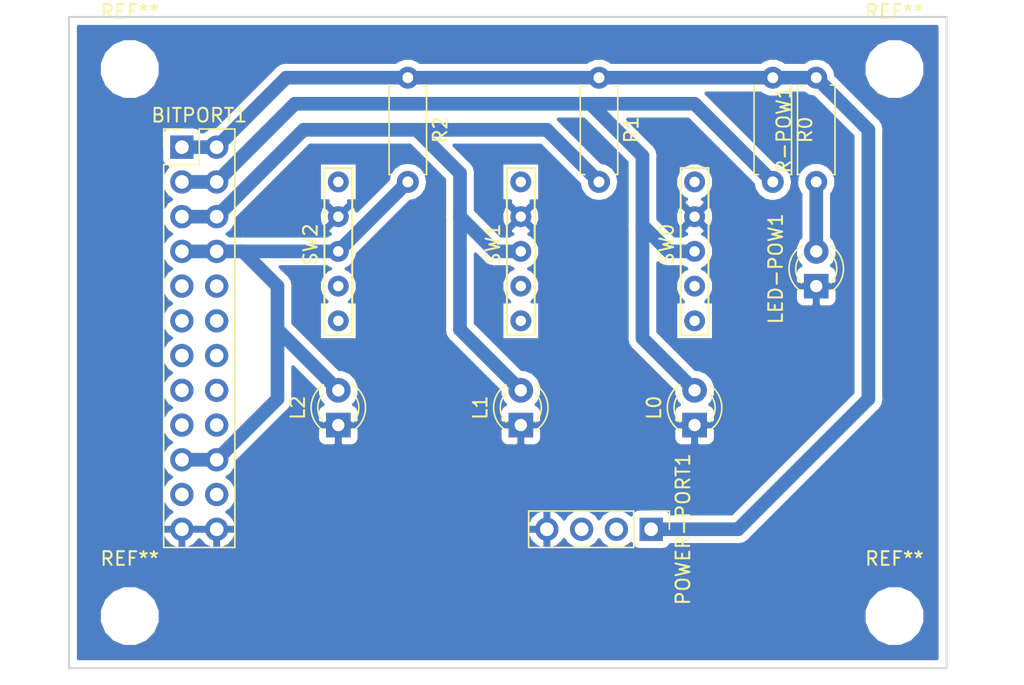
<source format=kicad_pcb>
(kicad_pcb (version 20171130) (host pcbnew "(5.0.0)")

  (general
    (thickness 1.6)
    (drawings 4)
    (tracks 46)
    (zones 0)
    (modules 17)
    (nets 24)
  )

  (page A4)
  (layers
    (0 F.Cu signal)
    (31 B.Cu signal)
    (32 B.Adhes user)
    (33 F.Adhes user)
    (34 B.Paste user)
    (35 F.Paste user)
    (36 B.SilkS user)
    (37 F.SilkS user)
    (38 B.Mask user)
    (39 F.Mask user)
    (40 Dwgs.User user)
    (41 Cmts.User user)
    (42 Eco1.User user)
    (43 Eco2.User user)
    (44 Edge.Cuts user)
    (45 Margin user)
    (46 B.CrtYd user)
    (47 F.CrtYd user)
    (48 B.Fab user)
    (49 F.Fab user)
  )

  (setup
    (last_trace_width 1)
    (trace_clearance 0.2)
    (zone_clearance 0.508)
    (zone_45_only no)
    (trace_min 0.2)
    (segment_width 0.2)
    (edge_width 0.15)
    (via_size 0.8)
    (via_drill 0.4)
    (via_min_size 0.4)
    (via_min_drill 0.3)
    (uvia_size 0.3)
    (uvia_drill 0.1)
    (uvias_allowed no)
    (uvia_min_size 0.2)
    (uvia_min_drill 0.1)
    (pcb_text_width 0.3)
    (pcb_text_size 1.5 1.5)
    (mod_edge_width 0.15)
    (mod_text_size 1 1)
    (mod_text_width 0.15)
    (pad_size 1.524 1.524)
    (pad_drill 0.762)
    (pad_to_mask_clearance 0.2)
    (aux_axis_origin 0 0)
    (visible_elements 7FFFF7FF)
    (pcbplotparams
      (layerselection 0x010fc_ffffffff)
      (usegerberextensions false)
      (usegerberattributes false)
      (usegerberadvancedattributes false)
      (creategerberjobfile false)
      (excludeedgelayer true)
      (linewidth 0.100000)
      (plotframeref false)
      (viasonmask false)
      (mode 1)
      (useauxorigin false)
      (hpglpennumber 1)
      (hpglpenspeed 20)
      (hpglpendiameter 15.000000)
      (psnegative false)
      (psa4output false)
      (plotreference true)
      (plotvalue true)
      (plotinvisibletext false)
      (padsonsilk false)
      (subtractmaskfromsilk false)
      (outputformat 1)
      (mirror false)
      (drillshape 1)
      (scaleselection 1)
      (outputdirectory ""))
  )

  (net 0 "")
  (net 1 +5VA)
  (net 2 /F2)
  (net 3 /F1)
  (net 4 /F0)
  (net 5 GND)
  (net 6 "Net-(SW1-Pad1)")
  (net 7 "Net-(SW2-Pad1)")
  (net 8 "Net-(BITPORT1-Pad9)")
  (net 9 "Net-(BITPORT1-Pad10)")
  (net 10 "Net-(BITPORT1-Pad11)")
  (net 11 "Net-(BITPORT1-Pad12)")
  (net 12 "Net-(BITPORT1-Pad13)")
  (net 13 "Net-(BITPORT1-Pad14)")
  (net 14 "Net-(BITPORT1-Pad15)")
  (net 15 "Net-(BITPORT1-Pad16)")
  (net 16 "Net-(BITPORT1-Pad17)")
  (net 17 "Net-(BITPORT1-Pad18)")
  (net 18 "Net-(BITPORT1-Pad21)")
  (net 19 "Net-(BITPORT1-Pad22)")
  (net 20 "Net-(LED-POW1-Pad2)")
  (net 21 "Net-(POWER-PORT1-Pad2)")
  (net 22 "Net-(POWER-PORT1-Pad3)")
  (net 23 "Net-(SW0-Pad1)")

  (net_class Default "これはデフォルトのネット クラスです。"
    (clearance 0.2)
    (trace_width 1)
    (via_dia 0.8)
    (via_drill 0.4)
    (uvia_dia 0.3)
    (uvia_drill 0.1)
    (add_net +5VA)
    (add_net /F0)
    (add_net /F1)
    (add_net /F2)
    (add_net GND)
    (add_net "Net-(BITPORT1-Pad10)")
    (add_net "Net-(BITPORT1-Pad11)")
    (add_net "Net-(BITPORT1-Pad12)")
    (add_net "Net-(BITPORT1-Pad13)")
    (add_net "Net-(BITPORT1-Pad14)")
    (add_net "Net-(BITPORT1-Pad15)")
    (add_net "Net-(BITPORT1-Pad16)")
    (add_net "Net-(BITPORT1-Pad17)")
    (add_net "Net-(BITPORT1-Pad18)")
    (add_net "Net-(BITPORT1-Pad21)")
    (add_net "Net-(BITPORT1-Pad22)")
    (add_net "Net-(BITPORT1-Pad9)")
    (add_net "Net-(LED-POW1-Pad2)")
    (add_net "Net-(POWER-PORT1-Pad2)")
    (add_net "Net-(POWER-PORT1-Pad3)")
    (add_net "Net-(SW0-Pad1)")
    (add_net "Net-(SW1-Pad1)")
    (add_net "Net-(SW2-Pad1)")
  )

  (net_class ILJJ ""
    (clearance 0.2)
    (trace_width 0.25)
    (via_dia 0.8)
    (via_drill 0.4)
    (uvia_dia 0.3)
    (uvia_drill 0.1)
  )

  (module MountingHole:MountingHole_3.2mm_M3 (layer F.Cu) (tedit 56D1B4CB) (tstamp 5C5CB928)
    (at 58.42 51.435)
    (descr "Mounting Hole 3.2mm, no annular, M3")
    (tags "mounting hole 3.2mm no annular m3")
    (attr virtual)
    (fp_text reference REF** (at 0 -4.2) (layer F.SilkS)
      (effects (font (size 1 1) (thickness 0.15)))
    )
    (fp_text value MountingHole_3.2mm_M3 (at 0 4.2) (layer F.Fab)
      (effects (font (size 1 1) (thickness 0.15)))
    )
    (fp_circle (center 0 0) (end 3.45 0) (layer F.CrtYd) (width 0.05))
    (fp_circle (center 0 0) (end 3.2 0) (layer Cmts.User) (width 0.15))
    (fp_text user %R (at 0.3 0) (layer F.Fab)
      (effects (font (size 1 1) (thickness 0.15)))
    )
    (pad 1 np_thru_hole circle (at 0 0) (size 3.2 3.2) (drill 3.2) (layers *.Cu *.Mask))
  )

  (module Connector_PinHeader_2.54mm:PinHeader_2x12_P2.54mm_Vertical (layer F.Cu) (tedit 59FED5CC) (tstamp 5C883FEC)
    (at 62.23 57.15)
    (descr "Through hole straight pin header, 2x12, 2.54mm pitch, double rows")
    (tags "Through hole pin header THT 2x12 2.54mm double row")
    (path /5C4FD939)
    (fp_text reference BITPORT1 (at 1.27 -2.33) (layer F.SilkS)
      (effects (font (size 1 1) (thickness 0.15)))
    )
    (fp_text value Conn_02x12_Counter_Clockwise (at 1.27 30.27) (layer F.Fab)
      (effects (font (size 1 1) (thickness 0.15)))
    )
    (fp_line (start 0 -1.27) (end 3.81 -1.27) (layer F.Fab) (width 0.1))
    (fp_line (start 3.81 -1.27) (end 3.81 29.21) (layer F.Fab) (width 0.1))
    (fp_line (start 3.81 29.21) (end -1.27 29.21) (layer F.Fab) (width 0.1))
    (fp_line (start -1.27 29.21) (end -1.27 0) (layer F.Fab) (width 0.1))
    (fp_line (start -1.27 0) (end 0 -1.27) (layer F.Fab) (width 0.1))
    (fp_line (start -1.33 29.27) (end 3.87 29.27) (layer F.SilkS) (width 0.12))
    (fp_line (start -1.33 1.27) (end -1.33 29.27) (layer F.SilkS) (width 0.12))
    (fp_line (start 3.87 -1.33) (end 3.87 29.27) (layer F.SilkS) (width 0.12))
    (fp_line (start -1.33 1.27) (end 1.27 1.27) (layer F.SilkS) (width 0.12))
    (fp_line (start 1.27 1.27) (end 1.27 -1.33) (layer F.SilkS) (width 0.12))
    (fp_line (start 1.27 -1.33) (end 3.87 -1.33) (layer F.SilkS) (width 0.12))
    (fp_line (start -1.33 0) (end -1.33 -1.33) (layer F.SilkS) (width 0.12))
    (fp_line (start -1.33 -1.33) (end 0 -1.33) (layer F.SilkS) (width 0.12))
    (fp_line (start -1.8 -1.8) (end -1.8 29.75) (layer F.CrtYd) (width 0.05))
    (fp_line (start -1.8 29.75) (end 4.35 29.75) (layer F.CrtYd) (width 0.05))
    (fp_line (start 4.35 29.75) (end 4.35 -1.8) (layer F.CrtYd) (width 0.05))
    (fp_line (start 4.35 -1.8) (end -1.8 -1.8) (layer F.CrtYd) (width 0.05))
    (fp_text user %R (at 1.27 13.97 90) (layer F.Fab)
      (effects (font (size 1 1) (thickness 0.15)))
    )
    (pad 1 thru_hole rect (at 0 0) (size 1.7 1.7) (drill 1) (layers *.Cu *.Mask)
      (net 1 +5VA))
    (pad 2 thru_hole oval (at 2.54 0) (size 1.7 1.7) (drill 1) (layers *.Cu *.Mask)
      (net 1 +5VA))
    (pad 3 thru_hole oval (at 0 2.54) (size 1.7 1.7) (drill 1) (layers *.Cu *.Mask)
      (net 4 /F0))
    (pad 4 thru_hole oval (at 2.54 2.54) (size 1.7 1.7) (drill 1) (layers *.Cu *.Mask)
      (net 4 /F0))
    (pad 5 thru_hole oval (at 0 5.08) (size 1.7 1.7) (drill 1) (layers *.Cu *.Mask)
      (net 3 /F1))
    (pad 6 thru_hole oval (at 2.54 5.08) (size 1.7 1.7) (drill 1) (layers *.Cu *.Mask)
      (net 3 /F1))
    (pad 7 thru_hole oval (at 0 7.62) (size 1.7 1.7) (drill 1) (layers *.Cu *.Mask)
      (net 2 /F2))
    (pad 8 thru_hole oval (at 2.54 7.62) (size 1.7 1.7) (drill 1) (layers *.Cu *.Mask)
      (net 2 /F2))
    (pad 9 thru_hole oval (at 0 10.16) (size 1.7 1.7) (drill 1) (layers *.Cu *.Mask)
      (net 8 "Net-(BITPORT1-Pad9)"))
    (pad 10 thru_hole oval (at 2.54 10.16) (size 1.7 1.7) (drill 1) (layers *.Cu *.Mask)
      (net 9 "Net-(BITPORT1-Pad10)"))
    (pad 11 thru_hole oval (at 0 12.7) (size 1.7 1.7) (drill 1) (layers *.Cu *.Mask)
      (net 10 "Net-(BITPORT1-Pad11)"))
    (pad 12 thru_hole oval (at 2.54 12.7) (size 1.7 1.7) (drill 1) (layers *.Cu *.Mask)
      (net 11 "Net-(BITPORT1-Pad12)"))
    (pad 13 thru_hole oval (at 0 15.24) (size 1.7 1.7) (drill 1) (layers *.Cu *.Mask)
      (net 12 "Net-(BITPORT1-Pad13)"))
    (pad 14 thru_hole oval (at 2.54 15.24) (size 1.7 1.7) (drill 1) (layers *.Cu *.Mask)
      (net 13 "Net-(BITPORT1-Pad14)"))
    (pad 15 thru_hole oval (at 0 17.78) (size 1.7 1.7) (drill 1) (layers *.Cu *.Mask)
      (net 14 "Net-(BITPORT1-Pad15)"))
    (pad 16 thru_hole oval (at 2.54 17.78) (size 1.7 1.7) (drill 1) (layers *.Cu *.Mask)
      (net 15 "Net-(BITPORT1-Pad16)"))
    (pad 17 thru_hole oval (at 0 20.32) (size 1.7 1.7) (drill 1) (layers *.Cu *.Mask)
      (net 16 "Net-(BITPORT1-Pad17)"))
    (pad 18 thru_hole oval (at 2.54 20.32) (size 1.7 1.7) (drill 1) (layers *.Cu *.Mask)
      (net 17 "Net-(BITPORT1-Pad18)"))
    (pad 19 thru_hole oval (at 0 22.86) (size 1.7 1.7) (drill 1) (layers *.Cu *.Mask)
      (net 2 /F2))
    (pad 20 thru_hole oval (at 2.54 22.86) (size 1.7 1.7) (drill 1) (layers *.Cu *.Mask)
      (net 2 /F2))
    (pad 21 thru_hole oval (at 0 25.4) (size 1.7 1.7) (drill 1) (layers *.Cu *.Mask)
      (net 18 "Net-(BITPORT1-Pad21)"))
    (pad 22 thru_hole oval (at 2.54 25.4) (size 1.7 1.7) (drill 1) (layers *.Cu *.Mask)
      (net 19 "Net-(BITPORT1-Pad22)"))
    (pad 23 thru_hole oval (at 0 27.94) (size 1.7 1.7) (drill 1) (layers *.Cu *.Mask)
      (net 5 GND))
    (pad 24 thru_hole oval (at 2.54 27.94) (size 1.7 1.7) (drill 1) (layers *.Cu *.Mask)
      (net 5 GND))
    (model ${KISYS3DMOD}/Connector_PinHeader_2.54mm.3dshapes/PinHeader_2x12_P2.54mm_Vertical.wrl
      (at (xyz 0 0 0))
      (scale (xyz 1 1 1))
      (rotate (xyz 0 0 0))
    )
  )

  (module ILJJ_Mk-XII:toggle_switch (layer F.Cu) (tedit 5C5009BD) (tstamp 5C88408B)
    (at 99.695 69.85 90)
    (path /5C4FCBDE)
    (fp_text reference SW0 (at 5.588 -2.032 90) (layer F.SilkS)
      (effects (font (size 1 1) (thickness 0.15)))
    )
    (fp_text value SW_SPDT (at 0 -3.04 90) (layer F.Fab)
      (effects (font (size 1 1) (thickness 0.15)))
    )
    (fp_line (start 11.176 -1.016) (end -1.016 -1.016) (layer F.SilkS) (width 0.15))
    (fp_line (start -1.016 -1.016) (end -1.016 1.016) (layer F.SilkS) (width 0.15))
    (fp_line (start -1.016 1.016) (end 11.176 1.016) (layer F.SilkS) (width 0.15))
    (fp_line (start 11.176 1.016) (end 11.176 -1.016) (layer F.SilkS) (width 0.15))
    (pad 1 thru_hole circle (at 2.54 0 90) (size 1.524 1.524) (drill 0.762) (layers *.Cu *.Mask)
      (net 23 "Net-(SW0-Pad1)"))
    (pad 2 thru_hole circle (at 5.08 0 90) (size 1.524 1.524) (drill 0.762) (layers *.Cu *.Mask)
      (net 4 /F0))
    (pad 3 thru_hole circle (at 7.62 0 90) (size 1.524 1.524) (drill 0.762) (layers *.Cu *.Mask)
      (net 5 GND))
    (pad 4 thru_hole circle (at 10.16 0 90) (size 1.524 1.524) (drill 0.762) (layers *.Cu *.Mask))
    (pad 5 thru_hole circle (at 0 0 90) (size 1.524 1.524) (drill 0.762) (layers *.Cu *.Mask))
  )

  (module Resistor_THT:R_Axial_DIN0207_L6.3mm_D2.5mm_P7.62mm_Horizontal (layer F.Cu) (tedit 5AE5139B) (tstamp 5C88407E)
    (at 108.585 59.69 90)
    (descr "Resistor, Axial_DIN0207 series, Axial, Horizontal, pin pitch=7.62mm, 0.25W = 1/4W, length*diameter=6.3*2.5mm^2, http://cdn-reichelt.de/documents/datenblatt/B400/1_4W%23YAG.pdf")
    (tags "Resistor Axial_DIN0207 series Axial Horizontal pin pitch 7.62mm 0.25W = 1/4W length 6.3mm diameter 2.5mm")
    (path /5C50C888)
    (fp_text reference R-POW1 (at 3.81 -2.37 90) (layer F.SilkS)
      (effects (font (size 1 1) (thickness 0.15)))
    )
    (fp_text value R (at 3.81 2.37 90) (layer F.Fab)
      (effects (font (size 1 1) (thickness 0.15)))
    )
    (fp_text user %R (at 3.81 0 90) (layer F.Fab)
      (effects (font (size 1 1) (thickness 0.15)))
    )
    (fp_line (start 8.67 -1.5) (end -1.05 -1.5) (layer F.CrtYd) (width 0.05))
    (fp_line (start 8.67 1.5) (end 8.67 -1.5) (layer F.CrtYd) (width 0.05))
    (fp_line (start -1.05 1.5) (end 8.67 1.5) (layer F.CrtYd) (width 0.05))
    (fp_line (start -1.05 -1.5) (end -1.05 1.5) (layer F.CrtYd) (width 0.05))
    (fp_line (start 7.08 1.37) (end 7.08 1.04) (layer F.SilkS) (width 0.12))
    (fp_line (start 0.54 1.37) (end 7.08 1.37) (layer F.SilkS) (width 0.12))
    (fp_line (start 0.54 1.04) (end 0.54 1.37) (layer F.SilkS) (width 0.12))
    (fp_line (start 7.08 -1.37) (end 7.08 -1.04) (layer F.SilkS) (width 0.12))
    (fp_line (start 0.54 -1.37) (end 7.08 -1.37) (layer F.SilkS) (width 0.12))
    (fp_line (start 0.54 -1.04) (end 0.54 -1.37) (layer F.SilkS) (width 0.12))
    (fp_line (start 7.62 0) (end 6.96 0) (layer F.Fab) (width 0.1))
    (fp_line (start 0 0) (end 0.66 0) (layer F.Fab) (width 0.1))
    (fp_line (start 6.96 -1.25) (end 0.66 -1.25) (layer F.Fab) (width 0.1))
    (fp_line (start 6.96 1.25) (end 6.96 -1.25) (layer F.Fab) (width 0.1))
    (fp_line (start 0.66 1.25) (end 6.96 1.25) (layer F.Fab) (width 0.1))
    (fp_line (start 0.66 -1.25) (end 0.66 1.25) (layer F.Fab) (width 0.1))
    (pad 2 thru_hole oval (at 7.62 0 90) (size 1.6 1.6) (drill 0.8) (layers *.Cu *.Mask)
      (net 1 +5VA))
    (pad 1 thru_hole circle (at 0 0 90) (size 1.6 1.6) (drill 0.8) (layers *.Cu *.Mask)
      (net 20 "Net-(LED-POW1-Pad2)"))
    (model ${KISYS3DMOD}/Resistor_THT.3dshapes/R_Axial_DIN0207_L6.3mm_D2.5mm_P7.62mm_Horizontal.wrl
      (at (xyz 0 0 0))
      (scale (xyz 1 1 1))
      (rotate (xyz 0 0 0))
    )
  )

  (module Resistor_THT:R_Axial_DIN0207_L6.3mm_D2.5mm_P7.62mm_Horizontal (layer F.Cu) (tedit 5AE5139B) (tstamp 5C88538C)
    (at 92.71 52.07 270)
    (descr "Resistor, Axial_DIN0207 series, Axial, Horizontal, pin pitch=7.62mm, 0.25W = 1/4W, length*diameter=6.3*2.5mm^2, http://cdn-reichelt.de/documents/datenblatt/B400/1_4W%23YAG.pdf")
    (tags "Resistor Axial_DIN0207 series Axial Horizontal pin pitch 7.62mm 0.25W = 1/4W length 6.3mm diameter 2.5mm")
    (path /5C4FB53D)
    (fp_text reference R1 (at 3.81 -2.37 270) (layer F.SilkS)
      (effects (font (size 1 1) (thickness 0.15)))
    )
    (fp_text value R (at 3.81 2.37 270) (layer F.Fab)
      (effects (font (size 1 1) (thickness 0.15)))
    )
    (fp_line (start 0.66 -1.25) (end 0.66 1.25) (layer F.Fab) (width 0.1))
    (fp_line (start 0.66 1.25) (end 6.96 1.25) (layer F.Fab) (width 0.1))
    (fp_line (start 6.96 1.25) (end 6.96 -1.25) (layer F.Fab) (width 0.1))
    (fp_line (start 6.96 -1.25) (end 0.66 -1.25) (layer F.Fab) (width 0.1))
    (fp_line (start 0 0) (end 0.66 0) (layer F.Fab) (width 0.1))
    (fp_line (start 7.62 0) (end 6.96 0) (layer F.Fab) (width 0.1))
    (fp_line (start 0.54 -1.04) (end 0.54 -1.37) (layer F.SilkS) (width 0.12))
    (fp_line (start 0.54 -1.37) (end 7.08 -1.37) (layer F.SilkS) (width 0.12))
    (fp_line (start 7.08 -1.37) (end 7.08 -1.04) (layer F.SilkS) (width 0.12))
    (fp_line (start 0.54 1.04) (end 0.54 1.37) (layer F.SilkS) (width 0.12))
    (fp_line (start 0.54 1.37) (end 7.08 1.37) (layer F.SilkS) (width 0.12))
    (fp_line (start 7.08 1.37) (end 7.08 1.04) (layer F.SilkS) (width 0.12))
    (fp_line (start -1.05 -1.5) (end -1.05 1.5) (layer F.CrtYd) (width 0.05))
    (fp_line (start -1.05 1.5) (end 8.67 1.5) (layer F.CrtYd) (width 0.05))
    (fp_line (start 8.67 1.5) (end 8.67 -1.5) (layer F.CrtYd) (width 0.05))
    (fp_line (start 8.67 -1.5) (end -1.05 -1.5) (layer F.CrtYd) (width 0.05))
    (fp_text user %R (at 3.81 0 270) (layer F.Fab)
      (effects (font (size 1 1) (thickness 0.15)))
    )
    (pad 1 thru_hole circle (at 0 0 270) (size 1.6 1.6) (drill 0.8) (layers *.Cu *.Mask)
      (net 1 +5VA))
    (pad 2 thru_hole oval (at 7.62 0 270) (size 1.6 1.6) (drill 0.8) (layers *.Cu *.Mask)
      (net 3 /F1))
    (model ${KISYS3DMOD}/Resistor_THT.3dshapes/R_Axial_DIN0207_L6.3mm_D2.5mm_P7.62mm_Horizontal.wrl
      (at (xyz 0 0 0))
      (scale (xyz 1 1 1))
      (rotate (xyz 0 0 0))
    )
  )

  (module Resistor_THT:R_Axial_DIN0207_L6.3mm_D2.5mm_P7.62mm_Horizontal (layer F.Cu) (tedit 5AE5139B) (tstamp 5C880156)
    (at 78.74 52.07 270)
    (descr "Resistor, Axial_DIN0207 series, Axial, Horizontal, pin pitch=7.62mm, 0.25W = 1/4W, length*diameter=6.3*2.5mm^2, http://cdn-reichelt.de/documents/datenblatt/B400/1_4W%23YAG.pdf")
    (tags "Resistor Axial_DIN0207 series Axial Horizontal pin pitch 7.62mm 0.25W = 1/4W length 6.3mm diameter 2.5mm")
    (path /5C4FB56E)
    (fp_text reference R2 (at 3.81 -2.37 270) (layer F.SilkS)
      (effects (font (size 1 1) (thickness 0.15)))
    )
    (fp_text value R (at 3.81 2.37 270) (layer F.Fab)
      (effects (font (size 1 1) (thickness 0.15)))
    )
    (fp_text user %R (at 3.81 0 270) (layer F.Fab)
      (effects (font (size 1 1) (thickness 0.15)))
    )
    (fp_line (start 8.67 -1.5) (end -1.05 -1.5) (layer F.CrtYd) (width 0.05))
    (fp_line (start 8.67 1.5) (end 8.67 -1.5) (layer F.CrtYd) (width 0.05))
    (fp_line (start -1.05 1.5) (end 8.67 1.5) (layer F.CrtYd) (width 0.05))
    (fp_line (start -1.05 -1.5) (end -1.05 1.5) (layer F.CrtYd) (width 0.05))
    (fp_line (start 7.08 1.37) (end 7.08 1.04) (layer F.SilkS) (width 0.12))
    (fp_line (start 0.54 1.37) (end 7.08 1.37) (layer F.SilkS) (width 0.12))
    (fp_line (start 0.54 1.04) (end 0.54 1.37) (layer F.SilkS) (width 0.12))
    (fp_line (start 7.08 -1.37) (end 7.08 -1.04) (layer F.SilkS) (width 0.12))
    (fp_line (start 0.54 -1.37) (end 7.08 -1.37) (layer F.SilkS) (width 0.12))
    (fp_line (start 0.54 -1.04) (end 0.54 -1.37) (layer F.SilkS) (width 0.12))
    (fp_line (start 7.62 0) (end 6.96 0) (layer F.Fab) (width 0.1))
    (fp_line (start 0 0) (end 0.66 0) (layer F.Fab) (width 0.1))
    (fp_line (start 6.96 -1.25) (end 0.66 -1.25) (layer F.Fab) (width 0.1))
    (fp_line (start 6.96 1.25) (end 6.96 -1.25) (layer F.Fab) (width 0.1))
    (fp_line (start 0.66 1.25) (end 6.96 1.25) (layer F.Fab) (width 0.1))
    (fp_line (start 0.66 -1.25) (end 0.66 1.25) (layer F.Fab) (width 0.1))
    (pad 2 thru_hole oval (at 7.62 0 270) (size 1.6 1.6) (drill 0.8) (layers *.Cu *.Mask)
      (net 2 /F2))
    (pad 1 thru_hole circle (at 0 0 270) (size 1.6 1.6) (drill 0.8) (layers *.Cu *.Mask)
      (net 1 +5VA))
    (model ${KISYS3DMOD}/Resistor_THT.3dshapes/R_Axial_DIN0207_L6.3mm_D2.5mm_P7.62mm_Horizontal.wrl
      (at (xyz 0 0 0))
      (scale (xyz 1 1 1))
      (rotate (xyz 0 0 0))
    )
  )

  (module ILJJ_Mk-XII:toggle_switch (layer F.Cu) (tedit 5C4FF599) (tstamp 5C87F89E)
    (at 86.995 69.85 90)
    (path /5C4FCC28)
    (fp_text reference SW1 (at 5.588 -2.032 90) (layer F.SilkS)
      (effects (font (size 1 1) (thickness 0.15)))
    )
    (fp_text value SW_SPDT (at 0 -3.04 90) (layer F.Fab)
      (effects (font (size 1 1) (thickness 0.15)))
    )
    (fp_line (start 11.176 -1.016) (end -1.016 -1.016) (layer F.SilkS) (width 0.15))
    (fp_line (start -1.016 -1.016) (end -1.016 1.016) (layer F.SilkS) (width 0.15))
    (fp_line (start -1.016 1.016) (end 11.176 1.016) (layer F.SilkS) (width 0.15))
    (fp_line (start 11.176 1.016) (end 11.176 -1.016) (layer F.SilkS) (width 0.15))
    (pad 1 thru_hole circle (at 2.54 0 90) (size 1.524 1.524) (drill 0.762) (layers *.Cu *.Mask)
      (net 6 "Net-(SW1-Pad1)"))
    (pad 2 thru_hole circle (at 5.08 0 90) (size 1.524 1.524) (drill 0.762) (layers *.Cu *.Mask)
      (net 3 /F1))
    (pad 3 thru_hole circle (at 7.62 0 90) (size 1.524 1.524) (drill 0.762) (layers *.Cu *.Mask)
      (net 5 GND))
    (pad 4 thru_hole circle (at 10.16 0 90) (size 1.524 1.524) (drill 0.762) (layers *.Cu *.Mask))
    (pad 5 thru_hole circle (at 0 0 90) (size 1.524 1.524) (drill 0.762) (layers *.Cu *.Mask))
  )

  (module ILJJ_Mk-XII:toggle_switch (layer F.Cu) (tedit 5C4FF599) (tstamp 5C87F8E6)
    (at 73.66 69.85 90)
    (path /5C4FCC54)
    (fp_text reference SW2 (at 5.588 -2.032 90) (layer F.SilkS)
      (effects (font (size 1 1) (thickness 0.15)))
    )
    (fp_text value SW_SPDT (at 0 -3.04 90) (layer F.Fab)
      (effects (font (size 1 1) (thickness 0.15)))
    )
    (fp_line (start 11.176 1.016) (end 11.176 -1.016) (layer F.SilkS) (width 0.15))
    (fp_line (start -1.016 1.016) (end 11.176 1.016) (layer F.SilkS) (width 0.15))
    (fp_line (start -1.016 -1.016) (end -1.016 1.016) (layer F.SilkS) (width 0.15))
    (fp_line (start 11.176 -1.016) (end -1.016 -1.016) (layer F.SilkS) (width 0.15))
    (pad 5 thru_hole circle (at 0 0 90) (size 1.524 1.524) (drill 0.762) (layers *.Cu *.Mask))
    (pad 4 thru_hole circle (at 10.16 0 90) (size 1.524 1.524) (drill 0.762) (layers *.Cu *.Mask))
    (pad 3 thru_hole circle (at 7.62 0 90) (size 1.524 1.524) (drill 0.762) (layers *.Cu *.Mask)
      (net 5 GND))
    (pad 2 thru_hole circle (at 5.08 0 90) (size 1.524 1.524) (drill 0.762) (layers *.Cu *.Mask)
      (net 2 /F2))
    (pad 1 thru_hole circle (at 2.54 0 90) (size 1.524 1.524) (drill 0.762) (layers *.Cu *.Mask)
      (net 7 "Net-(SW2-Pad1)"))
  )

  (module LED_THT:LED_D3.0mm (layer F.Cu) (tedit 587A3A7B) (tstamp 5C883FFF)
    (at 99.695 77.47 90)
    (descr "LED, diameter 3.0mm, 2 pins")
    (tags "LED diameter 3.0mm 2 pins")
    (path /5C50BDEB)
    (fp_text reference L0 (at 1.27 -2.96 90) (layer F.SilkS)
      (effects (font (size 1 1) (thickness 0.15)))
    )
    (fp_text value LED (at 1.27 2.96 90) (layer F.Fab)
      (effects (font (size 1 1) (thickness 0.15)))
    )
    (fp_arc (start 1.27 0) (end -0.23 -1.16619) (angle 284.3) (layer F.Fab) (width 0.1))
    (fp_arc (start 1.27 0) (end -0.29 -1.235516) (angle 108.8) (layer F.SilkS) (width 0.12))
    (fp_arc (start 1.27 0) (end -0.29 1.235516) (angle -108.8) (layer F.SilkS) (width 0.12))
    (fp_arc (start 1.27 0) (end 0.229039 -1.08) (angle 87.9) (layer F.SilkS) (width 0.12))
    (fp_arc (start 1.27 0) (end 0.229039 1.08) (angle -87.9) (layer F.SilkS) (width 0.12))
    (fp_circle (center 1.27 0) (end 2.77 0) (layer F.Fab) (width 0.1))
    (fp_line (start -0.23 -1.16619) (end -0.23 1.16619) (layer F.Fab) (width 0.1))
    (fp_line (start -0.29 -1.236) (end -0.29 -1.08) (layer F.SilkS) (width 0.12))
    (fp_line (start -0.29 1.08) (end -0.29 1.236) (layer F.SilkS) (width 0.12))
    (fp_line (start -1.15 -2.25) (end -1.15 2.25) (layer F.CrtYd) (width 0.05))
    (fp_line (start -1.15 2.25) (end 3.7 2.25) (layer F.CrtYd) (width 0.05))
    (fp_line (start 3.7 2.25) (end 3.7 -2.25) (layer F.CrtYd) (width 0.05))
    (fp_line (start 3.7 -2.25) (end -1.15 -2.25) (layer F.CrtYd) (width 0.05))
    (pad 1 thru_hole rect (at 0 0 90) (size 1.8 1.8) (drill 0.9) (layers *.Cu *.Mask)
      (net 5 GND))
    (pad 2 thru_hole circle (at 2.54 0 90) (size 1.8 1.8) (drill 0.9) (layers *.Cu *.Mask)
      (net 4 /F0))
    (model ${KISYS3DMOD}/LED_THT.3dshapes/LED_D3.0mm.wrl
      (at (xyz 0 0 0))
      (scale (xyz 1 1 1))
      (rotate (xyz 0 0 0))
    )
  )

  (module LED_THT:LED_D3.0mm (layer F.Cu) (tedit 587A3A7B) (tstamp 5C884012)
    (at 86.995 77.47 90)
    (descr "LED, diameter 3.0mm, 2 pins")
    (tags "LED diameter 3.0mm 2 pins")
    (path /5C50BE19)
    (fp_text reference L1 (at 1.27 -2.96 90) (layer F.SilkS)
      (effects (font (size 1 1) (thickness 0.15)))
    )
    (fp_text value LED (at 1.27 2.96 90) (layer F.Fab)
      (effects (font (size 1 1) (thickness 0.15)))
    )
    (fp_line (start 3.7 -2.25) (end -1.15 -2.25) (layer F.CrtYd) (width 0.05))
    (fp_line (start 3.7 2.25) (end 3.7 -2.25) (layer F.CrtYd) (width 0.05))
    (fp_line (start -1.15 2.25) (end 3.7 2.25) (layer F.CrtYd) (width 0.05))
    (fp_line (start -1.15 -2.25) (end -1.15 2.25) (layer F.CrtYd) (width 0.05))
    (fp_line (start -0.29 1.08) (end -0.29 1.236) (layer F.SilkS) (width 0.12))
    (fp_line (start -0.29 -1.236) (end -0.29 -1.08) (layer F.SilkS) (width 0.12))
    (fp_line (start -0.23 -1.16619) (end -0.23 1.16619) (layer F.Fab) (width 0.1))
    (fp_circle (center 1.27 0) (end 2.77 0) (layer F.Fab) (width 0.1))
    (fp_arc (start 1.27 0) (end 0.229039 1.08) (angle -87.9) (layer F.SilkS) (width 0.12))
    (fp_arc (start 1.27 0) (end 0.229039 -1.08) (angle 87.9) (layer F.SilkS) (width 0.12))
    (fp_arc (start 1.27 0) (end -0.29 1.235516) (angle -108.8) (layer F.SilkS) (width 0.12))
    (fp_arc (start 1.27 0) (end -0.29 -1.235516) (angle 108.8) (layer F.SilkS) (width 0.12))
    (fp_arc (start 1.27 0) (end -0.23 -1.16619) (angle 284.3) (layer F.Fab) (width 0.1))
    (pad 2 thru_hole circle (at 2.54 0 90) (size 1.8 1.8) (drill 0.9) (layers *.Cu *.Mask)
      (net 3 /F1))
    (pad 1 thru_hole rect (at 0 0 90) (size 1.8 1.8) (drill 0.9) (layers *.Cu *.Mask)
      (net 5 GND))
    (model ${KISYS3DMOD}/LED_THT.3dshapes/LED_D3.0mm.wrl
      (at (xyz 0 0 0))
      (scale (xyz 1 1 1))
      (rotate (xyz 0 0 0))
    )
  )

  (module LED_THT:LED_D3.0mm (layer F.Cu) (tedit 587A3A7B) (tstamp 5C884025)
    (at 73.66 77.47 90)
    (descr "LED, diameter 3.0mm, 2 pins")
    (tags "LED diameter 3.0mm 2 pins")
    (path /5C50BE49)
    (fp_text reference L2 (at 1.27 -2.96 90) (layer F.SilkS)
      (effects (font (size 1 1) (thickness 0.15)))
    )
    (fp_text value LED (at 1.27 2.96 90) (layer F.Fab)
      (effects (font (size 1 1) (thickness 0.15)))
    )
    (fp_arc (start 1.27 0) (end -0.23 -1.16619) (angle 284.3) (layer F.Fab) (width 0.1))
    (fp_arc (start 1.27 0) (end -0.29 -1.235516) (angle 108.8) (layer F.SilkS) (width 0.12))
    (fp_arc (start 1.27 0) (end -0.29 1.235516) (angle -108.8) (layer F.SilkS) (width 0.12))
    (fp_arc (start 1.27 0) (end 0.229039 -1.08) (angle 87.9) (layer F.SilkS) (width 0.12))
    (fp_arc (start 1.27 0) (end 0.229039 1.08) (angle -87.9) (layer F.SilkS) (width 0.12))
    (fp_circle (center 1.27 0) (end 2.77 0) (layer F.Fab) (width 0.1))
    (fp_line (start -0.23 -1.16619) (end -0.23 1.16619) (layer F.Fab) (width 0.1))
    (fp_line (start -0.29 -1.236) (end -0.29 -1.08) (layer F.SilkS) (width 0.12))
    (fp_line (start -0.29 1.08) (end -0.29 1.236) (layer F.SilkS) (width 0.12))
    (fp_line (start -1.15 -2.25) (end -1.15 2.25) (layer F.CrtYd) (width 0.05))
    (fp_line (start -1.15 2.25) (end 3.7 2.25) (layer F.CrtYd) (width 0.05))
    (fp_line (start 3.7 2.25) (end 3.7 -2.25) (layer F.CrtYd) (width 0.05))
    (fp_line (start 3.7 -2.25) (end -1.15 -2.25) (layer F.CrtYd) (width 0.05))
    (pad 1 thru_hole rect (at 0 0 90) (size 1.8 1.8) (drill 0.9) (layers *.Cu *.Mask)
      (net 5 GND))
    (pad 2 thru_hole circle (at 2.54 0 90) (size 1.8 1.8) (drill 0.9) (layers *.Cu *.Mask)
      (net 2 /F2))
    (model ${KISYS3DMOD}/LED_THT.3dshapes/LED_D3.0mm.wrl
      (at (xyz 0 0 0))
      (scale (xyz 1 1 1))
      (rotate (xyz 0 0 0))
    )
  )

  (module LED_THT:LED_D3.0mm (layer F.Cu) (tedit 587A3A7B) (tstamp 5C884038)
    (at 108.585 67.31 90)
    (descr "LED, diameter 3.0mm, 2 pins")
    (tags "LED diameter 3.0mm 2 pins")
    (path /5C50C854)
    (fp_text reference LED-POW1 (at 1.27 -2.96 90) (layer F.SilkS)
      (effects (font (size 1 1) (thickness 0.15)))
    )
    (fp_text value LED (at 1.27 2.96 90) (layer F.Fab)
      (effects (font (size 1 1) (thickness 0.15)))
    )
    (fp_line (start 3.7 -2.25) (end -1.15 -2.25) (layer F.CrtYd) (width 0.05))
    (fp_line (start 3.7 2.25) (end 3.7 -2.25) (layer F.CrtYd) (width 0.05))
    (fp_line (start -1.15 2.25) (end 3.7 2.25) (layer F.CrtYd) (width 0.05))
    (fp_line (start -1.15 -2.25) (end -1.15 2.25) (layer F.CrtYd) (width 0.05))
    (fp_line (start -0.29 1.08) (end -0.29 1.236) (layer F.SilkS) (width 0.12))
    (fp_line (start -0.29 -1.236) (end -0.29 -1.08) (layer F.SilkS) (width 0.12))
    (fp_line (start -0.23 -1.16619) (end -0.23 1.16619) (layer F.Fab) (width 0.1))
    (fp_circle (center 1.27 0) (end 2.77 0) (layer F.Fab) (width 0.1))
    (fp_arc (start 1.27 0) (end 0.229039 1.08) (angle -87.9) (layer F.SilkS) (width 0.12))
    (fp_arc (start 1.27 0) (end 0.229039 -1.08) (angle 87.9) (layer F.SilkS) (width 0.12))
    (fp_arc (start 1.27 0) (end -0.29 1.235516) (angle -108.8) (layer F.SilkS) (width 0.12))
    (fp_arc (start 1.27 0) (end -0.29 -1.235516) (angle 108.8) (layer F.SilkS) (width 0.12))
    (fp_arc (start 1.27 0) (end -0.23 -1.16619) (angle 284.3) (layer F.Fab) (width 0.1))
    (pad 2 thru_hole circle (at 2.54 0 90) (size 1.8 1.8) (drill 0.9) (layers *.Cu *.Mask)
      (net 20 "Net-(LED-POW1-Pad2)"))
    (pad 1 thru_hole rect (at 0 0 90) (size 1.8 1.8) (drill 0.9) (layers *.Cu *.Mask)
      (net 5 GND))
    (model ${KISYS3DMOD}/LED_THT.3dshapes/LED_D3.0mm.wrl
      (at (xyz 0 0 0))
      (scale (xyz 1 1 1))
      (rotate (xyz 0 0 0))
    )
  )

  (module Connector_PinHeader_2.54mm:PinHeader_1x04_P2.54mm_Vertical (layer F.Cu) (tedit 59FED5CC) (tstamp 5C886984)
    (at 96.52 85.09 270)
    (descr "Through hole straight pin header, 1x04, 2.54mm pitch, single row")
    (tags "Through hole pin header THT 1x04 2.54mm single row")
    (path /5C5044C9)
    (fp_text reference POWER-PORT1 (at 0 -2.33 270) (layer F.SilkS)
      (effects (font (size 1 1) (thickness 0.15)))
    )
    (fp_text value Conn_01x04 (at 0 9.95 270) (layer F.Fab)
      (effects (font (size 1 1) (thickness 0.15)))
    )
    (fp_line (start -0.635 -1.27) (end 1.27 -1.27) (layer F.Fab) (width 0.1))
    (fp_line (start 1.27 -1.27) (end 1.27 8.89) (layer F.Fab) (width 0.1))
    (fp_line (start 1.27 8.89) (end -1.27 8.89) (layer F.Fab) (width 0.1))
    (fp_line (start -1.27 8.89) (end -1.27 -0.635) (layer F.Fab) (width 0.1))
    (fp_line (start -1.27 -0.635) (end -0.635 -1.27) (layer F.Fab) (width 0.1))
    (fp_line (start -1.33 8.95) (end 1.33 8.95) (layer F.SilkS) (width 0.12))
    (fp_line (start -1.33 1.27) (end -1.33 8.95) (layer F.SilkS) (width 0.12))
    (fp_line (start 1.33 1.27) (end 1.33 8.95) (layer F.SilkS) (width 0.12))
    (fp_line (start -1.33 1.27) (end 1.33 1.27) (layer F.SilkS) (width 0.12))
    (fp_line (start -1.33 0) (end -1.33 -1.33) (layer F.SilkS) (width 0.12))
    (fp_line (start -1.33 -1.33) (end 0 -1.33) (layer F.SilkS) (width 0.12))
    (fp_line (start -1.8 -1.8) (end -1.8 9.4) (layer F.CrtYd) (width 0.05))
    (fp_line (start -1.8 9.4) (end 1.8 9.4) (layer F.CrtYd) (width 0.05))
    (fp_line (start 1.8 9.4) (end 1.8 -1.8) (layer F.CrtYd) (width 0.05))
    (fp_line (start 1.8 -1.8) (end -1.8 -1.8) (layer F.CrtYd) (width 0.05))
    (fp_text user %R (at 0 3.81) (layer F.Fab)
      (effects (font (size 1 1) (thickness 0.15)))
    )
    (pad 1 thru_hole rect (at 0 0 270) (size 1.7 1.7) (drill 1) (layers *.Cu *.Mask)
      (net 1 +5VA))
    (pad 2 thru_hole oval (at 0 2.54 270) (size 1.7 1.7) (drill 1) (layers *.Cu *.Mask)
      (net 21 "Net-(POWER-PORT1-Pad2)"))
    (pad 3 thru_hole oval (at 0 5.08 270) (size 1.7 1.7) (drill 1) (layers *.Cu *.Mask)
      (net 22 "Net-(POWER-PORT1-Pad3)"))
    (pad 4 thru_hole oval (at 0 7.62 270) (size 1.7 1.7) (drill 1) (layers *.Cu *.Mask)
      (net 5 GND))
    (model ${KISYS3DMOD}/Connector_PinHeader_2.54mm.3dshapes/PinHeader_1x04_P2.54mm_Vertical.wrl
      (at (xyz 0 0 0))
      (scale (xyz 1 1 1))
      (rotate (xyz 0 0 0))
    )
  )

  (module Resistor_THT:R_Axial_DIN0207_L6.3mm_D2.5mm_P7.62mm_Horizontal (layer F.Cu) (tedit 5AE5139B) (tstamp 5C884067)
    (at 105.41 52.07 270)
    (descr "Resistor, Axial_DIN0207 series, Axial, Horizontal, pin pitch=7.62mm, 0.25W = 1/4W, length*diameter=6.3*2.5mm^2, http://cdn-reichelt.de/documents/datenblatt/B400/1_4W%23YAG.pdf")
    (tags "Resistor Axial_DIN0207 series Axial Horizontal pin pitch 7.62mm 0.25W = 1/4W length 6.3mm diameter 2.5mm")
    (path /5C4FB306)
    (fp_text reference R0 (at 3.81 -2.37 270) (layer F.SilkS)
      (effects (font (size 1 1) (thickness 0.15)))
    )
    (fp_text value R (at 3.81 2.37 270) (layer F.Fab)
      (effects (font (size 1 1) (thickness 0.15)))
    )
    (fp_line (start 0.66 -1.25) (end 0.66 1.25) (layer F.Fab) (width 0.1))
    (fp_line (start 0.66 1.25) (end 6.96 1.25) (layer F.Fab) (width 0.1))
    (fp_line (start 6.96 1.25) (end 6.96 -1.25) (layer F.Fab) (width 0.1))
    (fp_line (start 6.96 -1.25) (end 0.66 -1.25) (layer F.Fab) (width 0.1))
    (fp_line (start 0 0) (end 0.66 0) (layer F.Fab) (width 0.1))
    (fp_line (start 7.62 0) (end 6.96 0) (layer F.Fab) (width 0.1))
    (fp_line (start 0.54 -1.04) (end 0.54 -1.37) (layer F.SilkS) (width 0.12))
    (fp_line (start 0.54 -1.37) (end 7.08 -1.37) (layer F.SilkS) (width 0.12))
    (fp_line (start 7.08 -1.37) (end 7.08 -1.04) (layer F.SilkS) (width 0.12))
    (fp_line (start 0.54 1.04) (end 0.54 1.37) (layer F.SilkS) (width 0.12))
    (fp_line (start 0.54 1.37) (end 7.08 1.37) (layer F.SilkS) (width 0.12))
    (fp_line (start 7.08 1.37) (end 7.08 1.04) (layer F.SilkS) (width 0.12))
    (fp_line (start -1.05 -1.5) (end -1.05 1.5) (layer F.CrtYd) (width 0.05))
    (fp_line (start -1.05 1.5) (end 8.67 1.5) (layer F.CrtYd) (width 0.05))
    (fp_line (start 8.67 1.5) (end 8.67 -1.5) (layer F.CrtYd) (width 0.05))
    (fp_line (start 8.67 -1.5) (end -1.05 -1.5) (layer F.CrtYd) (width 0.05))
    (fp_text user %R (at 3.81 0 270) (layer F.Fab)
      (effects (font (size 1 1) (thickness 0.15)))
    )
    (pad 1 thru_hole circle (at 0 0 270) (size 1.6 1.6) (drill 0.8) (layers *.Cu *.Mask)
      (net 1 +5VA))
    (pad 2 thru_hole oval (at 7.62 0 270) (size 1.6 1.6) (drill 0.8) (layers *.Cu *.Mask)
      (net 4 /F0))
    (model ${KISYS3DMOD}/Resistor_THT.3dshapes/R_Axial_DIN0207_L6.3mm_D2.5mm_P7.62mm_Horizontal.wrl
      (at (xyz 0 0 0))
      (scale (xyz 1 1 1))
      (rotate (xyz 0 0 0))
    )
  )

  (module MountingHole:MountingHole_3.2mm_M3 (layer F.Cu) (tedit 56D1B4CB) (tstamp 5C5CB919)
    (at 58.42 91.44)
    (descr "Mounting Hole 3.2mm, no annular, M3")
    (tags "mounting hole 3.2mm no annular m3")
    (attr virtual)
    (fp_text reference REF** (at 0 -4.2) (layer F.SilkS)
      (effects (font (size 1 1) (thickness 0.15)))
    )
    (fp_text value MountingHole_3.2mm_M3 (at 0 4.2) (layer F.Fab)
      (effects (font (size 1 1) (thickness 0.15)))
    )
    (fp_circle (center 0 0) (end 3.45 0) (layer F.CrtYd) (width 0.05))
    (fp_circle (center 0 0) (end 3.2 0) (layer Cmts.User) (width 0.15))
    (fp_text user %R (at 0.3 0) (layer F.Fab)
      (effects (font (size 1 1) (thickness 0.15)))
    )
    (pad 1 np_thru_hole circle (at 0 0) (size 3.2 3.2) (drill 3.2) (layers *.Cu *.Mask))
  )

  (module MountingHole:MountingHole_3.2mm_M3 (layer F.Cu) (tedit 56D1B4CB) (tstamp 5C5CB982)
    (at 114.3 91.44)
    (descr "Mounting Hole 3.2mm, no annular, M3")
    (tags "mounting hole 3.2mm no annular m3")
    (attr virtual)
    (fp_text reference REF** (at 0 -4.2) (layer F.SilkS)
      (effects (font (size 1 1) (thickness 0.15)))
    )
    (fp_text value MountingHole_3.2mm_M3 (at 0 4.2) (layer F.Fab)
      (effects (font (size 1 1) (thickness 0.15)))
    )
    (fp_circle (center 0 0) (end 3.45 0) (layer F.CrtYd) (width 0.05))
    (fp_circle (center 0 0) (end 3.2 0) (layer Cmts.User) (width 0.15))
    (fp_text user %R (at 0.3 0) (layer F.Fab)
      (effects (font (size 1 1) (thickness 0.15)))
    )
    (pad 1 np_thru_hole circle (at 0 0) (size 3.2 3.2) (drill 3.2) (layers *.Cu *.Mask))
  )

  (module MountingHole:MountingHole_3.2mm_M3 (layer F.Cu) (tedit 56D1B4CB) (tstamp 5C5CB993)
    (at 114.3 51.435)
    (descr "Mounting Hole 3.2mm, no annular, M3")
    (tags "mounting hole 3.2mm no annular m3")
    (attr virtual)
    (fp_text reference REF** (at 0 -4.2) (layer F.SilkS)
      (effects (font (size 1 1) (thickness 0.15)))
    )
    (fp_text value MountingHole_3.2mm_M3 (at 0 4.2) (layer F.Fab)
      (effects (font (size 1 1) (thickness 0.15)))
    )
    (fp_circle (center 0 0) (end 3.45 0) (layer F.CrtYd) (width 0.05))
    (fp_circle (center 0 0) (end 3.2 0) (layer Cmts.User) (width 0.15))
    (fp_text user %R (at 0.3 0) (layer F.Fab)
      (effects (font (size 1 1) (thickness 0.15)))
    )
    (pad 1 np_thru_hole circle (at 0 0) (size 3.2 3.2) (drill 3.2) (layers *.Cu *.Mask))
  )

  (gr_line (start 118.11 47.625) (end 53.975 47.625) (layer Edge.Cuts) (width 0.15))
  (gr_line (start 118.11 95.25) (end 118.11 47.625) (layer Edge.Cuts) (width 0.15) (tstamp 5C5CB9A6))
  (gr_line (start 53.975 95.25) (end 118.11 95.25) (layer Edge.Cuts) (width 0.15))
  (gr_line (start 53.975 47.625) (end 53.975 95.25) (layer Edge.Cuts) (width 0.15))

  (segment (start 62.23 57.15) (end 64.77 57.15) (width 1) (layer B.Cu) (net 1))
  (segment (start 69.85 52.07) (end 108.585 52.07) (width 1) (layer B.Cu) (net 1))
  (segment (start 64.77 57.15) (end 69.85 52.07) (width 1) (layer B.Cu) (net 1))
  (segment (start 109.384999 52.869999) (end 108.585 52.07) (width 1) (layer B.Cu) (net 1))
  (segment (start 112.395 55.88) (end 109.384999 52.869999) (width 1) (layer B.Cu) (net 1))
  (segment (start 112.395 75.565) (end 112.395 55.88) (width 1) (layer B.Cu) (net 1))
  (segment (start 96.52 85.09) (end 102.87 85.09) (width 1) (layer B.Cu) (net 1))
  (segment (start 102.87 85.09) (end 112.395 75.565) (width 1) (layer B.Cu) (net 1))
  (segment (start 73.66 64.77) (end 62.23 64.77) (width 1) (layer B.Cu) (net 2))
  (segment (start 64.77 80.01) (end 62.23 80.01) (width 1) (layer B.Cu) (net 2))
  (segment (start 72.760001 74.030001) (end 69.85 71.12) (width 1) (layer B.Cu) (net 2))
  (segment (start 73.66 74.93) (end 72.760001 74.030001) (width 1) (layer B.Cu) (net 2))
  (segment (start 73.66 64.77) (end 78.74 59.69) (width 1) (layer B.Cu) (net 2))
  (segment (start 66.675 64.77) (end 64.77 64.77) (width 1) (layer B.Cu) (net 2))
  (segment (start 69.215 67.31) (end 66.675 64.77) (width 1) (layer B.Cu) (net 2))
  (segment (start 69.85 71.12) (end 69.215 70.485) (width 1) (layer B.Cu) (net 2))
  (segment (start 69.215 70.485) (end 69.215 67.31) (width 1) (layer B.Cu) (net 2))
  (segment (start 69.215 71.755) (end 69.215 70.485) (width 1) (layer B.Cu) (net 2))
  (segment (start 64.77 80.01) (end 69.215 75.565) (width 1) (layer B.Cu) (net 2))
  (segment (start 69.215 75.565) (end 69.215 71.755) (width 1) (layer B.Cu) (net 2))
  (segment (start 64.77 62.23) (end 62.23 62.23) (width 1) (layer B.Cu) (net 3))
  (segment (start 65.619999 61.380001) (end 64.77 62.23) (width 1) (layer B.Cu) (net 3))
  (segment (start 79.375 55.88) (end 71.12 55.88) (width 1) (layer B.Cu) (net 3))
  (segment (start 71.12 55.88) (end 65.619999 61.380001) (width 1) (layer B.Cu) (net 3))
  (segment (start 88.9 55.88) (end 92.71 59.69) (width 1) (layer B.Cu) (net 3))
  (segment (start 79.375 55.88) (end 88.9 55.88) (width 1) (layer B.Cu) (net 3))
  (segment (start 82.55 70.485) (end 86.995 74.93) (width 1) (layer B.Cu) (net 3))
  (segment (start 82.55 62.23) (end 82.55 70.485) (width 1) (layer B.Cu) (net 3))
  (segment (start 86.995 64.77) (end 85.09 64.77) (width 1) (layer B.Cu) (net 3))
  (segment (start 85.09 64.77) (end 82.55 62.23) (width 1) (layer B.Cu) (net 3))
  (segment (start 82.55 59.055) (end 79.375 55.88) (width 1) (layer B.Cu) (net 3))
  (segment (start 82.55 62.23) (end 82.55 59.055) (width 1) (layer B.Cu) (net 3))
  (segment (start 62.23 59.69) (end 64.77 59.69) (width 1) (layer B.Cu) (net 4))
  (segment (start 99.695 53.975) (end 105.41 59.69) (width 1) (layer B.Cu) (net 4))
  (segment (start 92.075 53.975) (end 99.695 53.975) (width 1) (layer B.Cu) (net 4))
  (segment (start 99.695 64.77) (end 97.79 64.77) (width 1) (layer B.Cu) (net 4))
  (segment (start 97.79 64.77) (end 96.52 63.5) (width 1) (layer B.Cu) (net 4))
  (segment (start 65.619999 58.840001) (end 64.77 59.69) (width 1) (layer B.Cu) (net 4))
  (segment (start 92.075 53.975) (end 70.485 53.975) (width 1) (layer B.Cu) (net 4))
  (segment (start 70.485 53.975) (end 65.619999 58.840001) (width 1) (layer B.Cu) (net 4))
  (segment (start 95.885 57.785) (end 92.075 53.975) (width 1) (layer B.Cu) (net 4))
  (segment (start 96.52 63.5) (end 95.885 62.865) (width 1) (layer B.Cu) (net 4))
  (segment (start 95.885 62.865) (end 95.885 57.785) (width 1) (layer B.Cu) (net 4))
  (segment (start 95.885 71.12) (end 99.695 74.93) (width 1) (layer B.Cu) (net 4))
  (segment (start 95.885 62.865) (end 95.885 71.12) (width 1) (layer B.Cu) (net 4))
  (segment (start 108.585 59.69) (end 108.585 64.77) (width 1) (layer B.Cu) (net 20))

  (zone (net 0) (net_name "") (layer B.Cu) (tstamp 0) (hatch edge 0.508)
    (connect_pads (clearance 0.508))
    (min_thickness 0.254)
    (keepout (tracks not_allowed) (vias not_allowed) (copperpour not_allowed))
    (fill (arc_segments 16) (thermal_gap 0.508) (thermal_bridge_width 0.508))
    (polygon
      (pts
        (xy 74.93 58.42) (xy 72.39 58.42) (xy 72.39 60.96) (xy 74.93 60.96)
      )
    )
  )
  (zone (net 0) (net_name "") (layer B.Cu) (tstamp 0) (hatch edge 0.508)
    (connect_pads (clearance 0.508))
    (min_thickness 0.254)
    (keepout (tracks not_allowed) (vias not_allowed) (copperpour not_allowed))
    (fill (arc_segments 16) (thermal_gap 0.508) (thermal_bridge_width 0.508))
    (polygon
      (pts
        (xy 85.725 58.42) (xy 88.265 58.42) (xy 88.265 60.96) (xy 85.725 60.96)
      )
    )
  )
  (zone (net 0) (net_name "") (layer B.Cu) (tstamp 0) (hatch edge 0.508)
    (connect_pads (clearance 0.508))
    (min_thickness 0.254)
    (keepout (tracks not_allowed) (vias not_allowed) (copperpour not_allowed))
    (fill (arc_segments 16) (thermal_gap 0.508) (thermal_bridge_width 0.508))
    (polygon
      (pts
        (xy 100.965 58.42) (xy 100.965 60.96) (xy 98.425 60.96) (xy 98.425 58.42)
      )
    )
  )
  (zone (net 0) (net_name "") (layer B.Cu) (tstamp 0) (hatch edge 0.508)
    (connect_pads (clearance 0.508))
    (min_thickness 0.254)
    (keepout (tracks not_allowed) (vias not_allowed) (copperpour not_allowed))
    (fill (arc_segments 16) (thermal_gap 0.508) (thermal_bridge_width 0.508))
    (polygon
      (pts
        (xy 72.39 68.58) (xy 72.39 71.12) (xy 74.93 71.12) (xy 74.93 68.58)
      )
    )
  )
  (zone (net 0) (net_name "") (layer B.Cu) (tstamp 0) (hatch edge 0.508)
    (connect_pads (clearance 0.508))
    (min_thickness 0.254)
    (keepout (tracks not_allowed) (vias not_allowed) (copperpour not_allowed))
    (fill (arc_segments 16) (thermal_gap 0.508) (thermal_bridge_width 0.508))
    (polygon
      (pts
        (xy 85.725 68.58) (xy 85.725 71.12) (xy 88.265 71.12) (xy 88.265 68.58)
      )
    )
  )
  (zone (net 0) (net_name "") (layer B.Cu) (tstamp 0) (hatch edge 0.508)
    (connect_pads (clearance 0.508))
    (min_thickness 0.254)
    (keepout (tracks not_allowed) (vias not_allowed) (copperpour not_allowed))
    (fill (arc_segments 16) (thermal_gap 0.508) (thermal_bridge_width 0.508))
    (polygon
      (pts
        (xy 100.965 68.58) (xy 100.965 71.12) (xy 98.425 71.12) (xy 98.425 68.58)
      )
    )
  )
  (zone (net 5) (net_name GND) (layer B.Cu) (tstamp 0) (hatch edge 0.508)
    (connect_pads (clearance 0.508))
    (min_thickness 0.254)
    (fill yes (arc_segments 16) (thermal_gap 0.508) (thermal_bridge_width 0.508))
    (polygon
      (pts
        (xy 118.11 47.625) (xy 118.11 95.25) (xy 53.975 95.25) (xy 53.975 47.625)
      )
    )
    (filled_polygon
      (pts
        (xy 117.4 94.54) (xy 54.685 94.54) (xy 54.685 90.995431) (xy 56.185 90.995431) (xy 56.185 91.884569)
        (xy 56.525259 92.706026) (xy 57.153974 93.334741) (xy 57.975431 93.675) (xy 58.864569 93.675) (xy 59.686026 93.334741)
        (xy 60.314741 92.706026) (xy 60.655 91.884569) (xy 60.655 90.995431) (xy 112.065 90.995431) (xy 112.065 91.884569)
        (xy 112.405259 92.706026) (xy 113.033974 93.334741) (xy 113.855431 93.675) (xy 114.744569 93.675) (xy 115.566026 93.334741)
        (xy 116.194741 92.706026) (xy 116.535 91.884569) (xy 116.535 90.995431) (xy 116.194741 90.173974) (xy 115.566026 89.545259)
        (xy 114.744569 89.205) (xy 113.855431 89.205) (xy 113.033974 89.545259) (xy 112.405259 90.173974) (xy 112.065 90.995431)
        (xy 60.655 90.995431) (xy 60.314741 90.173974) (xy 59.686026 89.545259) (xy 58.864569 89.205) (xy 57.975431 89.205)
        (xy 57.153974 89.545259) (xy 56.525259 90.173974) (xy 56.185 90.995431) (xy 54.685 90.995431) (xy 54.685 85.44689)
        (xy 60.788524 85.44689) (xy 60.958355 85.856924) (xy 61.348642 86.285183) (xy 61.873108 86.531486) (xy 62.103 86.410819)
        (xy 62.103 85.217) (xy 62.357 85.217) (xy 62.357 86.410819) (xy 62.586892 86.531486) (xy 63.111358 86.285183)
        (xy 63.5 85.858729) (xy 63.888642 86.285183) (xy 64.413108 86.531486) (xy 64.643 86.410819) (xy 64.643 85.217)
        (xy 64.897 85.217) (xy 64.897 86.410819) (xy 65.126892 86.531486) (xy 65.651358 86.285183) (xy 66.041645 85.856924)
        (xy 66.211475 85.446892) (xy 87.458514 85.446892) (xy 87.704817 85.971358) (xy 88.133076 86.361645) (xy 88.54311 86.531476)
        (xy 88.773 86.410155) (xy 88.773 85.217) (xy 87.579181 85.217) (xy 87.458514 85.446892) (xy 66.211475 85.446892)
        (xy 66.211476 85.44689) (xy 66.090155 85.217) (xy 64.897 85.217) (xy 64.643 85.217) (xy 62.357 85.217)
        (xy 62.103 85.217) (xy 60.909845 85.217) (xy 60.788524 85.44689) (xy 54.685 85.44689) (xy 54.685 59.69)
        (xy 60.715908 59.69) (xy 60.831161 60.269418) (xy 61.159375 60.760625) (xy 61.457761 60.96) (xy 61.159375 61.159375)
        (xy 60.831161 61.650582) (xy 60.715908 62.23) (xy 60.831161 62.809418) (xy 61.159375 63.300625) (xy 61.457761 63.5)
        (xy 61.159375 63.699375) (xy 60.831161 64.190582) (xy 60.715908 64.77) (xy 60.831161 65.349418) (xy 61.159375 65.840625)
        (xy 61.457761 66.04) (xy 61.159375 66.239375) (xy 60.831161 66.730582) (xy 60.715908 67.31) (xy 60.831161 67.889418)
        (xy 61.159375 68.380625) (xy 61.457761 68.58) (xy 61.159375 68.779375) (xy 60.831161 69.270582) (xy 60.715908 69.85)
        (xy 60.831161 70.429418) (xy 61.159375 70.920625) (xy 61.457761 71.12) (xy 61.159375 71.319375) (xy 60.831161 71.810582)
        (xy 60.715908 72.39) (xy 60.831161 72.969418) (xy 61.159375 73.460625) (xy 61.457761 73.66) (xy 61.159375 73.859375)
        (xy 60.831161 74.350582) (xy 60.715908 74.93) (xy 60.831161 75.509418) (xy 61.159375 76.000625) (xy 61.457761 76.2)
        (xy 61.159375 76.399375) (xy 60.831161 76.890582) (xy 60.715908 77.47) (xy 60.831161 78.049418) (xy 61.159375 78.540625)
        (xy 61.457761 78.74) (xy 61.159375 78.939375) (xy 60.831161 79.430582) (xy 60.715908 80.01) (xy 60.831161 80.589418)
        (xy 61.159375 81.080625) (xy 61.457761 81.28) (xy 61.159375 81.479375) (xy 60.831161 81.970582) (xy 60.715908 82.55)
        (xy 60.831161 83.129418) (xy 61.159375 83.620625) (xy 61.478478 83.833843) (xy 61.348642 83.894817) (xy 60.958355 84.323076)
        (xy 60.788524 84.73311) (xy 60.909845 84.963) (xy 62.103 84.963) (xy 62.103 84.943) (xy 62.357 84.943)
        (xy 62.357 84.963) (xy 64.643 84.963) (xy 64.643 84.943) (xy 64.897 84.943) (xy 64.897 84.963)
        (xy 66.090155 84.963) (xy 66.211476 84.73311) (xy 66.211476 84.733108) (xy 87.458514 84.733108) (xy 87.579181 84.963)
        (xy 88.773 84.963) (xy 88.773 83.769845) (xy 88.54311 83.648524) (xy 88.133076 83.818355) (xy 87.704817 84.208642)
        (xy 87.458514 84.733108) (xy 66.211476 84.733108) (xy 66.041645 84.323076) (xy 65.651358 83.894817) (xy 65.521522 83.833843)
        (xy 65.840625 83.620625) (xy 66.168839 83.129418) (xy 66.284092 82.55) (xy 66.168839 81.970582) (xy 65.840625 81.479375)
        (xy 65.542239 81.28) (xy 65.840625 81.080625) (xy 66.168839 80.589418) (xy 66.261487 80.123644) (xy 68.629381 77.75575)
        (xy 72.125 77.75575) (xy 72.125 78.496309) (xy 72.221673 78.729698) (xy 72.400301 78.908327) (xy 72.63369 79.005)
        (xy 73.37425 79.005) (xy 73.533 78.84625) (xy 73.533 77.597) (xy 73.787 77.597) (xy 73.787 78.84625)
        (xy 73.94575 79.005) (xy 74.68631 79.005) (xy 74.919699 78.908327) (xy 75.098327 78.729698) (xy 75.195 78.496309)
        (xy 75.195 77.75575) (xy 85.46 77.75575) (xy 85.46 78.496309) (xy 85.556673 78.729698) (xy 85.735301 78.908327)
        (xy 85.96869 79.005) (xy 86.70925 79.005) (xy 86.868 78.84625) (xy 86.868 77.597) (xy 87.122 77.597)
        (xy 87.122 78.84625) (xy 87.28075 79.005) (xy 88.02131 79.005) (xy 88.254699 78.908327) (xy 88.433327 78.729698)
        (xy 88.53 78.496309) (xy 88.53 77.75575) (xy 98.16 77.75575) (xy 98.16 78.496309) (xy 98.256673 78.729698)
        (xy 98.435301 78.908327) (xy 98.66869 79.005) (xy 99.40925 79.005) (xy 99.568 78.84625) (xy 99.568 77.597)
        (xy 99.822 77.597) (xy 99.822 78.84625) (xy 99.98075 79.005) (xy 100.72131 79.005) (xy 100.954699 78.908327)
        (xy 101.133327 78.729698) (xy 101.23 78.496309) (xy 101.23 77.75575) (xy 101.07125 77.597) (xy 99.822 77.597)
        (xy 99.568 77.597) (xy 98.31875 77.597) (xy 98.16 77.75575) (xy 88.53 77.75575) (xy 88.37125 77.597)
        (xy 87.122 77.597) (xy 86.868 77.597) (xy 85.61875 77.597) (xy 85.46 77.75575) (xy 75.195 77.75575)
        (xy 75.03625 77.597) (xy 73.787 77.597) (xy 73.533 77.597) (xy 72.28375 77.597) (xy 72.125 77.75575)
        (xy 68.629381 77.75575) (xy 69.938522 76.44661) (xy 70.033289 76.383289) (xy 70.284146 76.007855) (xy 70.35 75.676783)
        (xy 70.35 75.676782) (xy 70.372235 75.565001) (xy 70.35 75.453219) (xy 70.35 73.225131) (xy 72.036477 74.911609)
        (xy 72.03648 74.911611) (xy 72.125 75.000131) (xy 72.125 75.23533) (xy 72.35869 75.799507) (xy 72.535044 75.975861)
        (xy 72.400301 76.031673) (xy 72.221673 76.210302) (xy 72.125 76.443691) (xy 72.125 77.18425) (xy 72.28375 77.343)
        (xy 73.533 77.343) (xy 73.533 77.323) (xy 73.787 77.323) (xy 73.787 77.343) (xy 75.03625 77.343)
        (xy 75.195 77.18425) (xy 75.195 76.443691) (xy 75.098327 76.210302) (xy 74.919699 76.031673) (xy 74.784956 75.975861)
        (xy 74.96131 75.799507) (xy 75.195 75.23533) (xy 75.195 74.62467) (xy 74.96131 74.060493) (xy 74.529507 73.62869)
        (xy 73.96533 73.395) (xy 73.730131 73.395) (xy 73.641611 73.30648) (xy 73.641609 73.306477) (xy 70.573523 70.238392)
        (xy 70.35 70.014869) (xy 70.35 67.421781) (xy 70.372235 67.309999) (xy 70.316961 67.032119) (xy 70.284146 66.867145)
        (xy 70.033289 66.491711) (xy 69.938521 66.428389) (xy 69.415132 65.905) (xy 72.819343 65.905) (xy 72.868663 65.95432)
        (xy 73.075513 66.04) (xy 72.868663 66.12568) (xy 72.47568 66.518663) (xy 72.263 67.032119) (xy 72.263 67.587881)
        (xy 72.47568 68.101337) (xy 72.827343 68.453) (xy 72.39 68.453) (xy 72.341399 68.462667) (xy 72.300197 68.490197)
        (xy 72.272667 68.531399) (xy 72.263 68.58) (xy 72.263 71.12) (xy 72.272667 71.168601) (xy 72.300197 71.209803)
        (xy 72.341399 71.237333) (xy 72.39 71.247) (xy 74.93 71.247) (xy 74.978601 71.237333) (xy 75.019803 71.209803)
        (xy 75.047333 71.168601) (xy 75.057 71.12) (xy 75.057 68.58) (xy 75.047333 68.531399) (xy 75.019803 68.490197)
        (xy 74.978601 68.462667) (xy 74.93 68.453) (xy 74.492657 68.453) (xy 74.84432 68.101337) (xy 75.057 67.587881)
        (xy 75.057 67.032119) (xy 74.84432 66.518663) (xy 74.451337 66.12568) (xy 74.244487 66.04) (xy 74.451337 65.95432)
        (xy 74.84432 65.561337) (xy 75.057 65.047881) (xy 75.057 64.978131) (xy 78.917283 61.117849) (xy 79.299909 61.04174)
        (xy 79.774577 60.724577) (xy 80.09174 60.249909) (xy 80.203113 59.69) (xy 80.09174 59.130091) (xy 79.774577 58.655423)
        (xy 79.299909 58.33826) (xy 78.881333 58.255) (xy 78.598667 58.255) (xy 78.180091 58.33826) (xy 77.705423 58.655423)
        (xy 77.38826 59.130091) (xy 77.312151 59.512717) (xy 75.012329 61.81254) (xy 74.882397 61.498857) (xy 74.640213 61.429392)
        (xy 73.839605 62.23) (xy 73.853748 62.244143) (xy 73.674143 62.423748) (xy 73.66 62.409605) (xy 72.859392 63.210213)
        (xy 72.928857 63.452397) (xy 73.069393 63.502535) (xy 72.868663 63.58568) (xy 72.819343 63.635) (xy 66.786783 63.635)
        (xy 66.675 63.612765) (xy 66.563217 63.635) (xy 65.744281 63.635) (xy 65.542239 63.5) (xy 65.840625 63.300625)
        (xy 66.168839 62.809418) (xy 66.261487 62.343645) (xy 66.501607 62.103525) (xy 66.501609 62.103522) (xy 66.582829 62.022302)
        (xy 72.250856 62.022302) (xy 72.278638 62.577368) (xy 72.437603 62.961143) (xy 72.679787 63.030608) (xy 73.480395 62.23)
        (xy 72.679787 61.429392) (xy 72.437603 61.498857) (xy 72.250856 62.022302) (xy 66.582829 62.022302) (xy 70.185131 58.42)
        (xy 72.263 58.42) (xy 72.263 60.96) (xy 72.272667 61.008601) (xy 72.300197 61.049803) (xy 72.341399 61.077333)
        (xy 72.39 61.087) (xy 72.906084 61.087) (xy 72.859392 61.249787) (xy 73.66 62.050395) (xy 74.460608 61.249787)
        (xy 74.413916 61.087) (xy 74.93 61.087) (xy 74.978601 61.077333) (xy 75.019803 61.049803) (xy 75.047333 61.008601)
        (xy 75.057 60.96) (xy 75.057 58.42) (xy 75.047333 58.371399) (xy 75.019803 58.330197) (xy 74.978601 58.302667)
        (xy 74.93 58.293) (xy 72.39 58.293) (xy 72.341399 58.302667) (xy 72.300197 58.330197) (xy 72.272667 58.371399)
        (xy 72.263 58.42) (xy 70.185131 58.42) (xy 71.590132 57.015) (xy 78.904869 57.015) (xy 81.415001 59.525133)
        (xy 81.415 62.118217) (xy 81.392765 62.23) (xy 81.415 62.341782) (xy 81.415001 70.373212) (xy 81.392765 70.485)
        (xy 81.480854 70.927854) (xy 81.480855 70.927855) (xy 81.731712 71.303289) (xy 81.82648 71.366611) (xy 85.46 75.000132)
        (xy 85.46 75.23533) (xy 85.69369 75.799507) (xy 85.870044 75.975861) (xy 85.735301 76.031673) (xy 85.556673 76.210302)
        (xy 85.46 76.443691) (xy 85.46 77.18425) (xy 85.61875 77.343) (xy 86.868 77.343) (xy 86.868 77.323)
        (xy 87.122 77.323) (xy 87.122 77.343) (xy 88.37125 77.343) (xy 88.53 77.18425) (xy 88.53 76.443691)
        (xy 88.433327 76.210302) (xy 88.254699 76.031673) (xy 88.119956 75.975861) (xy 88.29631 75.799507) (xy 88.53 75.23533)
        (xy 88.53 74.62467) (xy 88.29631 74.060493) (xy 87.864507 73.62869) (xy 87.30033 73.395) (xy 87.065132 73.395)
        (xy 83.685 70.014869) (xy 83.685 64.970132) (xy 84.208389 65.493521) (xy 84.271711 65.588289) (xy 84.647145 65.839146)
        (xy 84.978217 65.905) (xy 85.089999 65.927235) (xy 85.201781 65.905) (xy 86.154343 65.905) (xy 86.203663 65.95432)
        (xy 86.410513 66.04) (xy 86.203663 66.12568) (xy 85.81068 66.518663) (xy 85.598 67.032119) (xy 85.598 67.587881)
        (xy 85.81068 68.101337) (xy 86.162343 68.453) (xy 85.725 68.453) (xy 85.676399 68.462667) (xy 85.635197 68.490197)
        (xy 85.607667 68.531399) (xy 85.598 68.58) (xy 85.598 71.12) (xy 85.607667 71.168601) (xy 85.635197 71.209803)
        (xy 85.676399 71.237333) (xy 85.725 71.247) (xy 88.265 71.247) (xy 88.313601 71.237333) (xy 88.354803 71.209803)
        (xy 88.382333 71.168601) (xy 88.392 71.12) (xy 88.392 68.58) (xy 88.382333 68.531399) (xy 88.354803 68.490197)
        (xy 88.313601 68.462667) (xy 88.265 68.453) (xy 87.827657 68.453) (xy 88.17932 68.101337) (xy 88.392 67.587881)
        (xy 88.392 67.032119) (xy 88.17932 66.518663) (xy 87.786337 66.12568) (xy 87.579487 66.04) (xy 87.786337 65.95432)
        (xy 88.17932 65.561337) (xy 88.392 65.047881) (xy 88.392 64.492119) (xy 88.17932 63.978663) (xy 87.786337 63.58568)
        (xy 87.595353 63.506572) (xy 87.726143 63.452397) (xy 87.795608 63.210213) (xy 86.995 62.409605) (xy 86.194392 63.210213)
        (xy 86.263857 63.452397) (xy 86.404393 63.502535) (xy 86.203663 63.58568) (xy 86.154343 63.635) (xy 85.560132 63.635)
        (xy 83.947434 62.022302) (xy 85.585856 62.022302) (xy 85.613638 62.577368) (xy 85.772603 62.961143) (xy 86.014787 63.030608)
        (xy 86.815395 62.23) (xy 87.174605 62.23) (xy 87.975213 63.030608) (xy 88.217397 62.961143) (xy 88.404144 62.437698)
        (xy 88.376362 61.882632) (xy 88.217397 61.498857) (xy 87.975213 61.429392) (xy 87.174605 62.23) (xy 86.815395 62.23)
        (xy 86.014787 61.429392) (xy 85.772603 61.498857) (xy 85.585856 62.022302) (xy 83.947434 62.022302) (xy 83.685 61.759869)
        (xy 83.685 59.166782) (xy 83.707235 59.054999) (xy 83.619146 58.612145) (xy 83.613228 58.603288) (xy 83.490759 58.42)
        (xy 85.598 58.42) (xy 85.598 60.96) (xy 85.607667 61.008601) (xy 85.635197 61.049803) (xy 85.676399 61.077333)
        (xy 85.725 61.087) (xy 86.241084 61.087) (xy 86.194392 61.249787) (xy 86.995 62.050395) (xy 87.795608 61.249787)
        (xy 87.748916 61.087) (xy 88.265 61.087) (xy 88.313601 61.077333) (xy 88.354803 61.049803) (xy 88.382333 61.008601)
        (xy 88.392 60.96) (xy 88.392 58.42) (xy 88.382333 58.371399) (xy 88.354803 58.330197) (xy 88.313601 58.302667)
        (xy 88.265 58.293) (xy 85.725 58.293) (xy 85.676399 58.302667) (xy 85.635197 58.330197) (xy 85.607667 58.371399)
        (xy 85.598 58.42) (xy 83.490759 58.42) (xy 83.368289 58.236711) (xy 83.273521 58.173389) (xy 82.115132 57.015)
        (xy 88.429869 57.015) (xy 91.282151 59.867283) (xy 91.35826 60.249909) (xy 91.675423 60.724577) (xy 92.150091 61.04174)
        (xy 92.568667 61.125) (xy 92.851333 61.125) (xy 93.269909 61.04174) (xy 93.744577 60.724577) (xy 94.06174 60.249909)
        (xy 94.173113 59.69) (xy 94.06174 59.130091) (xy 93.744577 58.655423) (xy 93.269909 58.33826) (xy 92.887283 58.262151)
        (xy 89.781613 55.156482) (xy 89.750555 55.11) (xy 91.604869 55.11) (xy 94.750001 58.255133) (xy 94.75 62.753217)
        (xy 94.727765 62.865) (xy 94.75 62.976782) (xy 94.750001 71.008212) (xy 94.727765 71.12) (xy 94.815854 71.562854)
        (xy 94.815855 71.562855) (xy 95.066712 71.938289) (xy 95.16148 72.001611) (xy 98.16 75.000132) (xy 98.16 75.23533)
        (xy 98.39369 75.799507) (xy 98.570044 75.975861) (xy 98.435301 76.031673) (xy 98.256673 76.210302) (xy 98.16 76.443691)
        (xy 98.16 77.18425) (xy 98.31875 77.343) (xy 99.568 77.343) (xy 99.568 77.323) (xy 99.822 77.323)
        (xy 99.822 77.343) (xy 101.07125 77.343) (xy 101.23 77.18425) (xy 101.23 76.443691) (xy 101.133327 76.210302)
        (xy 100.954699 76.031673) (xy 100.819956 75.975861) (xy 100.99631 75.799507) (xy 101.23 75.23533) (xy 101.23 74.62467)
        (xy 100.99631 74.060493) (xy 100.564507 73.62869) (xy 100.00033 73.395) (xy 99.765132 73.395) (xy 97.02 70.649869)
        (xy 97.02 65.620555) (xy 97.251144 65.775) (xy 97.347145 65.839146) (xy 97.789999 65.927235) (xy 97.901782 65.905)
        (xy 98.854343 65.905) (xy 98.903663 65.95432) (xy 99.110513 66.04) (xy 98.903663 66.12568) (xy 98.51068 66.518663)
        (xy 98.298 67.032119) (xy 98.298 67.587881) (xy 98.51068 68.101337) (xy 98.862343 68.453) (xy 98.425 68.453)
        (xy 98.376399 68.462667) (xy 98.335197 68.490197) (xy 98.307667 68.531399) (xy 98.298 68.58) (xy 98.298 71.12)
        (xy 98.307667 71.168601) (xy 98.335197 71.209803) (xy 98.376399 71.237333) (xy 98.425 71.247) (xy 100.965 71.247)
        (xy 101.013601 71.237333) (xy 101.054803 71.209803) (xy 101.082333 71.168601) (xy 101.092 71.12) (xy 101.092 68.58)
        (xy 101.082333 68.531399) (xy 101.054803 68.490197) (xy 101.013601 68.462667) (xy 100.965 68.453) (xy 100.527657 68.453)
        (xy 100.87932 68.101337) (xy 101.08874 67.59575) (xy 107.05 67.59575) (xy 107.05 68.336309) (xy 107.146673 68.569698)
        (xy 107.325301 68.748327) (xy 107.55869 68.845) (xy 108.29925 68.845) (xy 108.458 68.68625) (xy 108.458 67.437)
        (xy 108.712 67.437) (xy 108.712 68.68625) (xy 108.87075 68.845) (xy 109.61131 68.845) (xy 109.844699 68.748327)
        (xy 110.023327 68.569698) (xy 110.12 68.336309) (xy 110.12 67.59575) (xy 109.96125 67.437) (xy 108.712 67.437)
        (xy 108.458 67.437) (xy 107.20875 67.437) (xy 107.05 67.59575) (xy 101.08874 67.59575) (xy 101.092 67.587881)
        (xy 101.092 67.032119) (xy 100.87932 66.518663) (xy 100.486337 66.12568) (xy 100.279487 66.04) (xy 100.486337 65.95432)
        (xy 100.87932 65.561337) (xy 101.092 65.047881) (xy 101.092 64.492119) (xy 101.080631 64.46467) (xy 107.05 64.46467)
        (xy 107.05 65.07533) (xy 107.28369 65.639507) (xy 107.460044 65.815861) (xy 107.325301 65.871673) (xy 107.146673 66.050302)
        (xy 107.05 66.283691) (xy 107.05 67.02425) (xy 107.20875 67.183) (xy 108.458 67.183) (xy 108.458 67.163)
        (xy 108.712 67.163) (xy 108.712 67.183) (xy 109.96125 67.183) (xy 110.12 67.02425) (xy 110.12 66.283691)
        (xy 110.023327 66.050302) (xy 109.844699 65.871673) (xy 109.709956 65.815861) (xy 109.88631 65.639507) (xy 110.12 65.07533)
        (xy 110.12 64.46467) (xy 109.88631 63.900493) (xy 109.72 63.734183) (xy 109.72 60.584396) (xy 109.801534 60.502862)
        (xy 110.02 59.975439) (xy 110.02 59.404561) (xy 109.801534 58.877138) (xy 109.397862 58.473466) (xy 108.870439 58.255)
        (xy 108.299561 58.255) (xy 107.772138 58.473466) (xy 107.368466 58.877138) (xy 107.15 59.404561) (xy 107.15 59.975439)
        (xy 107.368466 60.502862) (xy 107.45 60.584396) (xy 107.450001 63.734182) (xy 107.28369 63.900493) (xy 107.05 64.46467)
        (xy 101.080631 64.46467) (xy 100.87932 63.978663) (xy 100.486337 63.58568) (xy 100.295353 63.506572) (xy 100.426143 63.452397)
        (xy 100.495608 63.210213) (xy 99.695 62.409605) (xy 98.894392 63.210213) (xy 98.963857 63.452397) (xy 99.104393 63.502535)
        (xy 98.903663 63.58568) (xy 98.854343 63.635) (xy 98.260132 63.635) (xy 97.243523 62.618392) (xy 97.02 62.394869)
        (xy 97.02 62.022302) (xy 98.285856 62.022302) (xy 98.313638 62.577368) (xy 98.472603 62.961143) (xy 98.714787 63.030608)
        (xy 99.515395 62.23) (xy 99.874605 62.23) (xy 100.675213 63.030608) (xy 100.917397 62.961143) (xy 101.104144 62.437698)
        (xy 101.076362 61.882632) (xy 100.917397 61.498857) (xy 100.675213 61.429392) (xy 99.874605 62.23) (xy 99.515395 62.23)
        (xy 98.714787 61.429392) (xy 98.472603 61.498857) (xy 98.285856 62.022302) (xy 97.02 62.022302) (xy 97.02 59.412119)
        (xy 98.298 59.412119) (xy 98.298 59.967881) (xy 98.51068 60.481337) (xy 98.903663 60.87432) (xy 99.094647 60.953428)
        (xy 98.963857 61.007603) (xy 98.894392 61.249787) (xy 99.695 62.050395) (xy 100.495608 61.249787) (xy 100.426143 61.007603)
        (xy 100.285607 60.957465) (xy 100.486337 60.87432) (xy 100.87932 60.481337) (xy 101.092 59.967881) (xy 101.092 59.412119)
        (xy 100.87932 58.898663) (xy 100.486337 58.50568) (xy 99.972881 58.293) (xy 99.417119 58.293) (xy 98.903663 58.50568)
        (xy 98.51068 58.898663) (xy 98.298 59.412119) (xy 97.02 59.412119) (xy 97.02 57.896783) (xy 97.042235 57.785)
        (xy 96.954146 57.342145) (xy 96.703289 56.966711) (xy 96.608521 56.903389) (xy 94.815132 55.11) (xy 99.224869 55.11)
        (xy 103.982151 59.867284) (xy 104.05826 60.249909) (xy 104.375423 60.724577) (xy 104.850091 61.04174) (xy 105.268667 61.125)
        (xy 105.551333 61.125) (xy 105.969909 61.04174) (xy 106.444577 60.724577) (xy 106.76174 60.249909) (xy 106.873113 59.69)
        (xy 106.76174 59.130091) (xy 106.444577 58.655423) (xy 105.969909 58.33826) (xy 105.587284 58.262151) (xy 100.576613 53.251482)
        (xy 100.545555 53.205) (xy 104.515604 53.205) (xy 104.597138 53.286534) (xy 105.124561 53.505) (xy 105.695439 53.505)
        (xy 106.222862 53.286534) (xy 106.304396 53.205) (xy 107.700717 53.205) (xy 108.025091 53.42174) (xy 108.407717 53.497849)
        (xy 108.661475 53.751607) (xy 108.661478 53.751609) (xy 111.260001 56.350133) (xy 111.26 75.094868) (xy 102.399869 83.955)
        (xy 97.943277 83.955) (xy 97.827809 83.782191) (xy 97.617765 83.641843) (xy 97.37 83.59256) (xy 95.67 83.59256)
        (xy 95.422235 83.641843) (xy 95.212191 83.782191) (xy 95.071843 83.992235) (xy 95.062816 84.037619) (xy 95.050625 84.019375)
        (xy 94.559418 83.691161) (xy 94.126256 83.605) (xy 93.833744 83.605) (xy 93.400582 83.691161) (xy 92.909375 84.019375)
        (xy 92.71 84.317761) (xy 92.510625 84.019375) (xy 92.019418 83.691161) (xy 91.586256 83.605) (xy 91.293744 83.605)
        (xy 90.860582 83.691161) (xy 90.369375 84.019375) (xy 90.156157 84.338478) (xy 90.095183 84.208642) (xy 89.666924 83.818355)
        (xy 89.25689 83.648524) (xy 89.027 83.769845) (xy 89.027 84.963) (xy 89.047 84.963) (xy 89.047 85.217)
        (xy 89.027 85.217) (xy 89.027 86.410155) (xy 89.25689 86.531476) (xy 89.666924 86.361645) (xy 90.095183 85.971358)
        (xy 90.156157 85.841522) (xy 90.369375 86.160625) (xy 90.860582 86.488839) (xy 91.293744 86.575) (xy 91.586256 86.575)
        (xy 92.019418 86.488839) (xy 92.510625 86.160625) (xy 92.71 85.862239) (xy 92.909375 86.160625) (xy 93.400582 86.488839)
        (xy 93.833744 86.575) (xy 94.126256 86.575) (xy 94.559418 86.488839) (xy 95.050625 86.160625) (xy 95.062816 86.142381)
        (xy 95.071843 86.187765) (xy 95.212191 86.397809) (xy 95.422235 86.538157) (xy 95.67 86.58744) (xy 97.37 86.58744)
        (xy 97.617765 86.538157) (xy 97.827809 86.397809) (xy 97.943277 86.225) (xy 102.758217 86.225) (xy 102.87 86.247235)
        (xy 102.981783 86.225) (xy 103.312855 86.159146) (xy 103.688289 85.908289) (xy 103.751613 85.813518) (xy 113.118522 76.44661)
        (xy 113.213289 76.383289) (xy 113.464146 76.007855) (xy 113.53 75.676783) (xy 113.53 75.676782) (xy 113.552235 75.565001)
        (xy 113.53 75.453218) (xy 113.53 55.991781) (xy 113.552235 55.879999) (xy 113.509469 55.665) (xy 113.464146 55.437145)
        (xy 113.213289 55.061711) (xy 113.118521 54.998389) (xy 110.266609 52.146478) (xy 110.266607 52.146475) (xy 110.012849 51.892718)
        (xy 109.93674 51.510091) (xy 109.619577 51.035423) (xy 109.552242 50.990431) (xy 112.065 50.990431) (xy 112.065 51.879569)
        (xy 112.405259 52.701026) (xy 113.033974 53.329741) (xy 113.855431 53.67) (xy 114.744569 53.67) (xy 115.566026 53.329741)
        (xy 116.194741 52.701026) (xy 116.535 51.879569) (xy 116.535 50.990431) (xy 116.194741 50.168974) (xy 115.566026 49.540259)
        (xy 114.744569 49.2) (xy 113.855431 49.2) (xy 113.033974 49.540259) (xy 112.405259 50.168974) (xy 112.065 50.990431)
        (xy 109.552242 50.990431) (xy 109.144909 50.71826) (xy 108.726333 50.635) (xy 108.443667 50.635) (xy 108.025091 50.71826)
        (xy 107.700717 50.935) (xy 106.304396 50.935) (xy 106.222862 50.853466) (xy 105.695439 50.635) (xy 105.124561 50.635)
        (xy 104.597138 50.853466) (xy 104.515604 50.935) (xy 93.604396 50.935) (xy 93.522862 50.853466) (xy 92.995439 50.635)
        (xy 92.424561 50.635) (xy 91.897138 50.853466) (xy 91.815604 50.935) (xy 79.634396 50.935) (xy 79.552862 50.853466)
        (xy 79.025439 50.635) (xy 78.454561 50.635) (xy 77.927138 50.853466) (xy 77.845604 50.935) (xy 69.961783 50.935)
        (xy 69.85 50.912765) (xy 69.738217 50.935) (xy 69.407145 51.000854) (xy 69.031711 51.251711) (xy 68.968389 51.346479)
        (xy 64.649869 55.665) (xy 64.623744 55.665) (xy 64.190582 55.751161) (xy 63.795719 56.015) (xy 63.653277 56.015)
        (xy 63.537809 55.842191) (xy 63.327765 55.701843) (xy 63.08 55.65256) (xy 61.38 55.65256) (xy 61.132235 55.701843)
        (xy 60.922191 55.842191) (xy 60.781843 56.052235) (xy 60.73256 56.3) (xy 60.73256 58) (xy 60.781843 58.247765)
        (xy 60.922191 58.457809) (xy 61.132235 58.598157) (xy 61.177619 58.607184) (xy 61.159375 58.619375) (xy 60.831161 59.110582)
        (xy 60.715908 59.69) (xy 54.685 59.69) (xy 54.685 50.990431) (xy 56.185 50.990431) (xy 56.185 51.879569)
        (xy 56.525259 52.701026) (xy 57.153974 53.329741) (xy 57.975431 53.67) (xy 58.864569 53.67) (xy 59.686026 53.329741)
        (xy 60.314741 52.701026) (xy 60.655 51.879569) (xy 60.655 50.990431) (xy 60.314741 50.168974) (xy 59.686026 49.540259)
        (xy 58.864569 49.2) (xy 57.975431 49.2) (xy 57.153974 49.540259) (xy 56.525259 50.168974) (xy 56.185 50.990431)
        (xy 54.685 50.990431) (xy 54.685 48.335) (xy 117.400001 48.335)
      )
    )
  )
)

</source>
